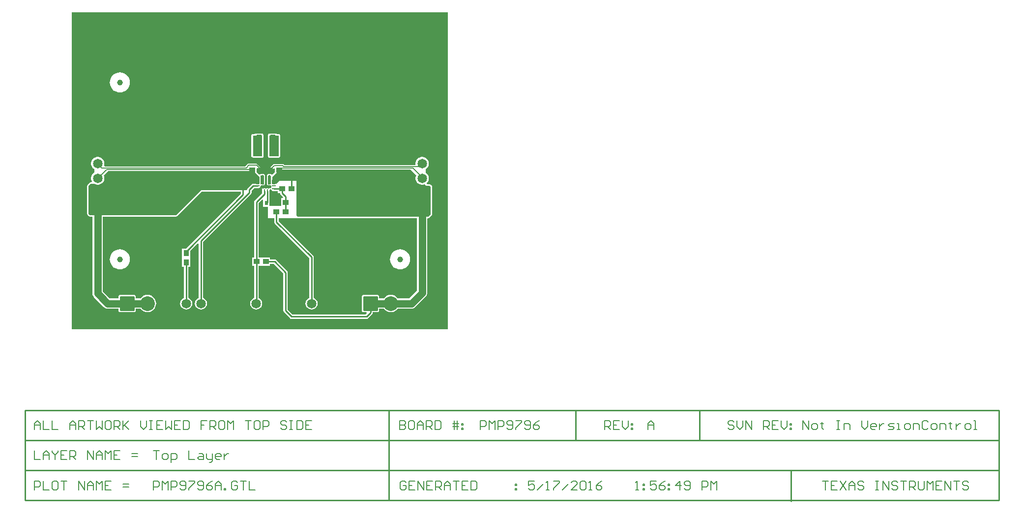
<source format=gtl>
G04 Layer_Physical_Order=1*
G04 Layer_Color=255*
%FSAX25Y25*%
%MOIN*%
G70*
G01*
G75*
%ADD10R,0.03800X0.14600*%
G04:AMPARAMS|DCode=11|XSize=27.56mil|YSize=33.47mil|CornerRadius=2.34mil|HoleSize=0mil|Usage=FLASHONLY|Rotation=0.000|XOffset=0mil|YOffset=0mil|HoleType=Round|Shape=RoundedRectangle|*
%AMROUNDEDRECTD11*
21,1,0.02756,0.02878,0,0,0.0*
21,1,0.02287,0.03347,0,0,0.0*
1,1,0.00469,0.01144,-0.01439*
1,1,0.00469,-0.01144,-0.01439*
1,1,0.00469,-0.01144,0.01439*
1,1,0.00469,0.01144,0.01439*
%
%ADD11ROUNDEDRECTD11*%
G04:AMPARAMS|DCode=12|XSize=9.45mil|YSize=23.62mil|CornerRadius=1.98mil|HoleSize=0mil|Usage=FLASHONLY|Rotation=270.000|XOffset=0mil|YOffset=0mil|HoleType=Round|Shape=RoundedRectangle|*
%AMROUNDEDRECTD12*
21,1,0.00945,0.01965,0,0,270.0*
21,1,0.00548,0.02362,0,0,270.0*
1,1,0.00397,-0.00983,-0.00274*
1,1,0.00397,-0.00983,0.00274*
1,1,0.00397,0.00983,0.00274*
1,1,0.00397,0.00983,-0.00274*
%
%ADD12ROUNDEDRECTD12*%
G04:AMPARAMS|DCode=13|XSize=9.45mil|YSize=23.62mil|CornerRadius=1.98mil|HoleSize=0mil|Usage=FLASHONLY|Rotation=0.000|XOffset=0mil|YOffset=0mil|HoleType=Round|Shape=RoundedRectangle|*
%AMROUNDEDRECTD13*
21,1,0.00945,0.01965,0,0,0.0*
21,1,0.00548,0.02362,0,0,0.0*
1,1,0.00397,0.00274,-0.00983*
1,1,0.00397,-0.00274,-0.00983*
1,1,0.00397,-0.00274,0.00983*
1,1,0.00397,0.00274,0.00983*
%
%ADD13ROUNDEDRECTD13*%
G04:AMPARAMS|DCode=14|XSize=13.78mil|YSize=57.09mil|CornerRadius=2.89mil|HoleSize=0mil|Usage=FLASHONLY|Rotation=0.000|XOffset=0mil|YOffset=0mil|HoleType=Round|Shape=RoundedRectangle|*
%AMROUNDEDRECTD14*
21,1,0.01378,0.05130,0,0,0.0*
21,1,0.00799,0.05709,0,0,0.0*
1,1,0.00579,0.00400,-0.02565*
1,1,0.00579,-0.00400,-0.02565*
1,1,0.00579,-0.00400,0.02565*
1,1,0.00579,0.00400,0.02565*
%
%ADD14ROUNDEDRECTD14*%
G04:AMPARAMS|DCode=15|XSize=13.78mil|YSize=70.87mil|CornerRadius=2.89mil|HoleSize=0mil|Usage=FLASHONLY|Rotation=0.000|XOffset=0mil|YOffset=0mil|HoleType=Round|Shape=RoundedRectangle|*
%AMROUNDEDRECTD15*
21,1,0.01378,0.06508,0,0,0.0*
21,1,0.00799,0.07087,0,0,0.0*
1,1,0.00579,0.00400,-0.03254*
1,1,0.00579,-0.00400,-0.03254*
1,1,0.00579,-0.00400,0.03254*
1,1,0.00579,0.00400,0.03254*
%
%ADD15ROUNDEDRECTD15*%
%ADD16C,0.03937*%
%ADD17R,0.09646X0.10039*%
%ADD18R,0.06300X0.05000*%
%ADD19R,0.03937X0.03740*%
%ADD20R,0.02362X0.03150*%
%ADD21R,0.03740X0.03937*%
%ADD22C,0.01000*%
%ADD23C,0.05000*%
%ADD24C,0.00600*%
%ADD25C,0.01370*%
%ADD26C,0.00800*%
%ADD27C,0.06496*%
G04:AMPARAMS|DCode=28|XSize=64.96mil|YSize=64.96mil|CornerRadius=1.95mil|HoleSize=0mil|Usage=FLASHONLY|Rotation=90.000|XOffset=0mil|YOffset=0mil|HoleType=Round|Shape=RoundedRectangle|*
%AMROUNDEDRECTD28*
21,1,0.06496,0.06106,0,0,90.0*
21,1,0.06106,0.06496,0,0,90.0*
1,1,0.00390,0.03053,0.03053*
1,1,0.00390,0.03053,-0.03053*
1,1,0.00390,-0.03053,-0.03053*
1,1,0.00390,-0.03053,0.03053*
%
%ADD28ROUNDEDRECTD28*%
%ADD29R,0.06496X0.06496*%
G04:AMPARAMS|DCode=30|XSize=64.96mil|YSize=64.96mil|CornerRadius=1.95mil|HoleSize=0mil|Usage=FLASHONLY|Rotation=180.000|XOffset=0mil|YOffset=0mil|HoleType=Round|Shape=RoundedRectangle|*
%AMROUNDEDRECTD30*
21,1,0.06496,0.06106,0,0,180.0*
21,1,0.06106,0.06496,0,0,180.0*
1,1,0.00390,-0.03053,0.03053*
1,1,0.00390,0.03053,0.03053*
1,1,0.00390,0.03053,-0.03053*
1,1,0.00390,-0.03053,-0.03053*
%
%ADD30ROUNDEDRECTD30*%
%ADD31C,0.10000*%
G04:AMPARAMS|DCode=32|XSize=100mil|YSize=100mil|CornerRadius=2mil|HoleSize=0mil|Usage=FLASHONLY|Rotation=0.000|XOffset=0mil|YOffset=0mil|HoleType=Round|Shape=RoundedRectangle|*
%AMROUNDEDRECTD32*
21,1,0.10000,0.09600,0,0,0.0*
21,1,0.09600,0.10000,0,0,0.0*
1,1,0.00400,0.04800,-0.04800*
1,1,0.00400,-0.04800,-0.04800*
1,1,0.00400,-0.04800,0.04800*
1,1,0.00400,0.04800,0.04800*
%
%ADD32ROUNDEDRECTD32*%
%ADD33C,0.02400*%
%ADD34C,0.02000*%
%ADD35C,0.01800*%
G36*
X0326674Y0155926D02*
X0071726D01*
Y0370874D01*
X0326674D01*
Y0155926D01*
D02*
G37*
%LPC*%
G36*
X0309640Y0272867D02*
X0308760D01*
X0307897Y0272696D01*
X0307084Y0272359D01*
X0306352Y0271870D01*
X0305730Y0271248D01*
X0305241Y0270516D01*
X0304904Y0269703D01*
X0304733Y0268840D01*
Y0268100D01*
X0304566Y0267705D01*
X0304233Y0267300D01*
X0216000Y0267300D01*
X0215300Y0268000D01*
X0208400D01*
X0206400Y0266000D01*
Y0264600D01*
X0208000D01*
X0208583Y0265183D01*
X0209383Y0264851D01*
Y0262525D01*
X0207626Y0260767D01*
X0206994Y0260829D01*
X0206366Y0261249D01*
X0205625Y0261397D01*
X0204883Y0261249D01*
X0204255Y0260829D01*
X0203835Y0260201D01*
X0203687Y0259460D01*
X0203835Y0258718D01*
X0203861Y0258679D01*
Y0258239D01*
X0203827Y0258187D01*
X0203680Y0257446D01*
X0203827Y0256705D01*
X0203861Y0256654D01*
Y0256266D01*
X0203835Y0256226D01*
X0203687Y0255485D01*
X0203835Y0254744D01*
X0203861Y0254704D01*
Y0254393D01*
X0203861Y0254393D01*
X0203861Y0254392D01*
X0203918Y0254255D01*
X0203941Y0254143D01*
X0204004Y0254048D01*
X0204048Y0253941D01*
X0204048Y0253941D01*
X0204131Y0253859D01*
X0204135Y0253852D01*
X0204141Y0253848D01*
X0204243Y0253746D01*
X0204244Y0253746D01*
X0204244Y0253746D01*
X0204255Y0253741D01*
X0204377Y0253691D01*
X0204426Y0253658D01*
X0204483Y0253646D01*
X0204695Y0253559D01*
X0204695Y0253559D01*
X0204695Y0253559D01*
X0205569D01*
X0205625Y0253548D01*
X0205680Y0253559D01*
X0206143D01*
X0206583Y0253463D01*
X0206925Y0252857D01*
Y0252840D01*
X0206986Y0252533D01*
X0207104Y0252165D01*
X0206733Y0251437D01*
X0201251Y0251437D01*
Y0251437D01*
X0200500D01*
Y0251319D01*
X0200500Y0251319D01*
X0200500Y0250667D01*
X0200765Y0249867D01*
X0200686Y0249472D01*
Y0248249D01*
X0195769Y0243332D01*
X0195437Y0242836D01*
X0195321Y0242250D01*
Y0204670D01*
X0193882D01*
Y0198930D01*
X0195321D01*
Y0177210D01*
X0194659Y0176936D01*
X0193813Y0176287D01*
X0193164Y0175442D01*
X0192756Y0174457D01*
X0192617Y0173400D01*
X0192756Y0172343D01*
X0193164Y0171359D01*
X0193813Y0170513D01*
X0194659Y0169864D01*
X0195643Y0169456D01*
X0196700Y0169317D01*
X0197757Y0169456D01*
X0198741Y0169864D01*
X0199587Y0170513D01*
X0200236Y0171359D01*
X0200644Y0172343D01*
X0200783Y0173400D01*
X0200644Y0174457D01*
X0200236Y0175442D01*
X0199587Y0176287D01*
X0198741Y0176936D01*
X0198380Y0177086D01*
Y0198930D01*
X0199819D01*
Y0198930D01*
X0200181D01*
Y0198930D01*
X0206118D01*
Y0200271D01*
X0208566D01*
X0215071Y0193766D01*
Y0168600D01*
X0215187Y0168015D01*
X0215519Y0167519D01*
X0219619Y0163419D01*
X0220115Y0163087D01*
X0220700Y0162971D01*
X0271500D01*
X0272085Y0163087D01*
X0272581Y0163419D01*
X0275281Y0166119D01*
X0275613Y0166615D01*
X0275729Y0167200D01*
Y0167580D01*
X0279000D01*
X0279390Y0167658D01*
X0279721Y0167879D01*
X0279942Y0168210D01*
X0280020Y0168600D01*
Y0169870D01*
X0283394D01*
X0283879Y0169279D01*
X0284762Y0168554D01*
X0285770Y0168016D01*
X0286863Y0167684D01*
X0288000Y0167572D01*
X0289137Y0167684D01*
X0290230Y0168016D01*
X0291238Y0168554D01*
X0292121Y0169279D01*
X0292606Y0169870D01*
X0301900D01*
X0302814Y0169990D01*
X0303665Y0170343D01*
X0304396Y0170904D01*
X0311696Y0178204D01*
X0312257Y0178935D01*
X0312610Y0179786D01*
X0312730Y0180700D01*
Y0230803D01*
X0313352Y0231233D01*
X0313743Y0231310D01*
X0314073Y0231531D01*
X0315821Y0233279D01*
X0315821Y0233279D01*
X0316042Y0233610D01*
X0316120Y0234000D01*
X0316120Y0252621D01*
X0316042Y0253011D01*
X0315821Y0253342D01*
X0315821Y0253342D01*
X0315085Y0254078D01*
X0315085Y0254079D01*
X0314754Y0254299D01*
X0314364Y0254377D01*
X0312626D01*
X0312175Y0255058D01*
X0312670Y0255552D01*
X0313159Y0256284D01*
X0313496Y0257097D01*
X0313667Y0257960D01*
Y0258840D01*
X0313496Y0259703D01*
X0313159Y0260516D01*
X0312670Y0261248D01*
X0312048Y0261870D01*
X0311524Y0262220D01*
X0311524Y0264580D01*
X0312048Y0264930D01*
X0312670Y0265552D01*
X0313159Y0266284D01*
X0313496Y0267097D01*
X0313667Y0267960D01*
Y0268840D01*
X0313496Y0269703D01*
X0313159Y0270516D01*
X0312670Y0271248D01*
X0312048Y0271870D01*
X0311316Y0272359D01*
X0310503Y0272696D01*
X0309640Y0272867D01*
D02*
G37*
G36*
X0089640D02*
X0088760D01*
X0087897Y0272696D01*
X0087084Y0272359D01*
X0086352Y0271870D01*
X0085730Y0271248D01*
X0085241Y0270516D01*
X0084904Y0269703D01*
X0084733Y0268840D01*
Y0267960D01*
X0084904Y0267097D01*
X0085241Y0266284D01*
X0085730Y0265552D01*
X0086352Y0264930D01*
X0086926Y0264547D01*
Y0262253D01*
X0086352Y0261870D01*
X0085730Y0261248D01*
X0085241Y0260516D01*
X0084904Y0259703D01*
X0084733Y0258840D01*
Y0257960D01*
X0084904Y0257097D01*
X0085241Y0256284D01*
X0084793Y0255515D01*
X0084295D01*
X0083905Y0255437D01*
X0083739Y0255326D01*
X0083574Y0255216D01*
X0083574Y0255216D01*
X0082379Y0254021D01*
X0082158Y0253690D01*
X0082080Y0253300D01*
Y0234200D01*
X0082158Y0233810D01*
X0082379Y0233479D01*
X0083179Y0232679D01*
X0083510Y0232458D01*
X0083900Y0232380D01*
X0085670D01*
Y0180100D01*
X0085790Y0179186D01*
X0086143Y0178335D01*
X0086704Y0177604D01*
X0093404Y0170904D01*
X0094135Y0170343D01*
X0094986Y0169990D01*
X0095900Y0169870D01*
X0103380D01*
Y0168600D01*
X0103458Y0168210D01*
X0103679Y0167879D01*
X0104010Y0167658D01*
X0104400Y0167580D01*
X0114000D01*
X0114390Y0167658D01*
X0114721Y0167879D01*
X0114942Y0168210D01*
X0115020Y0168600D01*
Y0169870D01*
X0118394D01*
X0118879Y0169279D01*
X0119762Y0168554D01*
X0120770Y0168016D01*
X0121863Y0167684D01*
X0123000Y0167572D01*
X0124137Y0167684D01*
X0125230Y0168016D01*
X0126238Y0168554D01*
X0127121Y0169279D01*
X0127846Y0170162D01*
X0128384Y0171170D01*
X0128716Y0172263D01*
X0128828Y0173400D01*
X0128716Y0174537D01*
X0128384Y0175630D01*
X0127846Y0176638D01*
X0127121Y0177521D01*
X0126238Y0178246D01*
X0125230Y0178784D01*
X0124137Y0179116D01*
X0123000Y0179228D01*
X0121863Y0179116D01*
X0120770Y0178784D01*
X0119762Y0178246D01*
X0118879Y0177521D01*
X0118394Y0176930D01*
X0115020D01*
Y0178200D01*
X0114942Y0178590D01*
X0114721Y0178921D01*
X0114390Y0179142D01*
X0114000Y0179220D01*
X0104400D01*
X0104010Y0179142D01*
X0103679Y0178921D01*
X0103458Y0178590D01*
X0103380Y0178200D01*
Y0176930D01*
X0097362D01*
X0092730Y0181562D01*
Y0232380D01*
X0142200D01*
X0142590Y0232458D01*
X0142921Y0232679D01*
X0158921Y0248679D01*
X0159622Y0249380D01*
X0186271D01*
Y0247773D01*
X0149115Y0210618D01*
X0146330D01*
Y0205119D01*
X0146330Y0204681D01*
X0146330Y0203881D01*
Y0198382D01*
X0147671D01*
Y0177148D01*
X0147159Y0176936D01*
X0146313Y0176287D01*
X0145664Y0175442D01*
X0145256Y0174457D01*
X0145117Y0173400D01*
X0145256Y0172343D01*
X0145664Y0171359D01*
X0146313Y0170513D01*
X0147159Y0169864D01*
X0148143Y0169456D01*
X0149200Y0169317D01*
X0150257Y0169456D01*
X0151242Y0169864D01*
X0152087Y0170513D01*
X0152736Y0171359D01*
X0153144Y0172343D01*
X0153283Y0173400D01*
X0153144Y0174457D01*
X0152736Y0175442D01*
X0152087Y0176287D01*
X0151242Y0176936D01*
X0150729Y0177148D01*
Y0198382D01*
X0152070D01*
Y0203881D01*
X0152070Y0204319D01*
X0152070Y0205119D01*
Y0209247D01*
X0156931Y0214108D01*
X0157671Y0213802D01*
Y0177148D01*
X0157159Y0176936D01*
X0156313Y0176287D01*
X0155664Y0175442D01*
X0155256Y0174457D01*
X0155117Y0173400D01*
X0155256Y0172343D01*
X0155664Y0171359D01*
X0156313Y0170513D01*
X0157159Y0169864D01*
X0158143Y0169456D01*
X0159200Y0169317D01*
X0160257Y0169456D01*
X0161241Y0169864D01*
X0162087Y0170513D01*
X0162736Y0171359D01*
X0163144Y0172343D01*
X0163283Y0173400D01*
X0163144Y0174457D01*
X0162736Y0175442D01*
X0162087Y0176287D01*
X0161241Y0176936D01*
X0160729Y0177148D01*
Y0215261D01*
X0193136Y0247668D01*
X0193467Y0248164D01*
X0193584Y0248749D01*
Y0249865D01*
X0195304Y0251585D01*
X0197688D01*
X0198274Y0251701D01*
X0198770Y0252033D01*
X0198787Y0252060D01*
X0198978Y0252098D01*
X0199239Y0252272D01*
X0199414Y0252533D01*
X0199475Y0252840D01*
Y0252881D01*
X0199879Y0253475D01*
X0200257Y0253556D01*
X0200662D01*
X0200789Y0253531D01*
X0200916Y0253556D01*
X0201701Y0253556D01*
X0201701Y0253556D01*
X0201920Y0253647D01*
X0201974Y0253658D01*
X0202020Y0253689D01*
X0202153Y0253744D01*
X0202153Y0253744D01*
X0202254Y0253845D01*
X0202265Y0253852D01*
X0202273Y0253863D01*
X0202355Y0253945D01*
X0202355Y0253945D01*
X0202355Y0253947D01*
X0202399Y0254053D01*
X0202459Y0254143D01*
X0202481Y0254250D01*
X0202542Y0254397D01*
X0202542Y0254397D01*
Y0254672D01*
X0202578Y0254727D01*
X0202726Y0255469D01*
X0202578Y0256210D01*
X0202542Y0256265D01*
Y0256347D01*
X0202537Y0256358D01*
X0202539Y0256362D01*
Y0256599D01*
X0202616Y0256715D01*
X0202763Y0257456D01*
X0202616Y0258197D01*
X0202539Y0258313D01*
Y0258592D01*
X0202616Y0258707D01*
X0202763Y0259449D01*
X0202616Y0260190D01*
X0202196Y0260819D01*
X0201567Y0261239D01*
X0200826Y0261386D01*
X0200085Y0261239D01*
X0199456Y0260819D01*
X0198977Y0260849D01*
X0198589Y0260952D01*
X0196877Y0262665D01*
Y0264942D01*
X0197500Y0265200D01*
X0199200D01*
Y0266000D01*
X0197100Y0268100D01*
X0190900D01*
X0189200Y0266400D01*
X0093927D01*
X0093637Y0266834D01*
X0093516Y0267200D01*
X0093667Y0267960D01*
Y0268840D01*
X0093496Y0269703D01*
X0093159Y0270516D01*
X0092670Y0271248D01*
X0092048Y0271870D01*
X0091316Y0272359D01*
X0090503Y0272696D01*
X0089640Y0272867D01*
D02*
G37*
G36*
X0104200Y0210220D02*
X0102869Y0210089D01*
X0101590Y0209701D01*
X0100411Y0209070D01*
X0099378Y0208222D01*
X0098529Y0207189D01*
X0097899Y0206010D01*
X0097511Y0204731D01*
X0097380Y0203400D01*
X0097511Y0202069D01*
X0097899Y0200790D01*
X0098529Y0199611D01*
X0099378Y0198578D01*
X0100411Y0197730D01*
X0101590Y0197099D01*
X0102869Y0196711D01*
X0104200Y0196580D01*
X0105531Y0196711D01*
X0106810Y0197099D01*
X0107989Y0197730D01*
X0109022Y0198578D01*
X0109871Y0199611D01*
X0110501Y0200790D01*
X0110889Y0202069D01*
X0111020Y0203400D01*
X0110889Y0204731D01*
X0110501Y0206010D01*
X0109871Y0207189D01*
X0109022Y0208222D01*
X0107989Y0209070D01*
X0106810Y0209701D01*
X0105531Y0210089D01*
X0104200Y0210220D01*
D02*
G37*
G36*
X0201411Y0288732D02*
X0195610D01*
Y0288420D01*
X0194469D01*
X0194079Y0288342D01*
X0193748Y0288121D01*
X0193527Y0287790D01*
X0193450Y0287400D01*
Y0273400D01*
X0193527Y0273010D01*
X0193748Y0272679D01*
X0194079Y0272458D01*
X0194469Y0272380D01*
X0195610D01*
Y0272132D01*
X0201411D01*
Y0272672D01*
X0201421Y0272679D01*
X0201642Y0273010D01*
X0201720Y0273400D01*
Y0287400D01*
X0201642Y0287790D01*
X0201421Y0288121D01*
X0201411Y0288128D01*
Y0288732D01*
D02*
G37*
G36*
X0104200Y0330220D02*
X0102869Y0330089D01*
X0101590Y0329701D01*
X0100411Y0329070D01*
X0099378Y0328222D01*
X0098529Y0327189D01*
X0097899Y0326010D01*
X0097511Y0324730D01*
X0097380Y0323400D01*
X0097511Y0322070D01*
X0097899Y0320790D01*
X0098529Y0319611D01*
X0099378Y0318578D01*
X0100411Y0317729D01*
X0101590Y0317099D01*
X0102869Y0316711D01*
X0104200Y0316580D01*
X0105531Y0316711D01*
X0106810Y0317099D01*
X0107989Y0317729D01*
X0109022Y0318578D01*
X0109871Y0319611D01*
X0110501Y0320790D01*
X0110889Y0322070D01*
X0111020Y0323400D01*
X0110889Y0324730D01*
X0110501Y0326010D01*
X0109871Y0327189D01*
X0109022Y0328222D01*
X0107989Y0329070D01*
X0106810Y0329701D01*
X0105531Y0330089D01*
X0104200Y0330220D01*
D02*
G37*
G36*
X0210711Y0288732D02*
X0204910D01*
Y0288018D01*
X0204758Y0287790D01*
X0204680Y0287400D01*
Y0273400D01*
X0204758Y0273010D01*
X0204910Y0272782D01*
Y0272132D01*
X0210711D01*
Y0272380D01*
X0211829D01*
X0212219Y0272458D01*
X0212550Y0272679D01*
X0212771Y0273010D01*
X0212849Y0273400D01*
Y0287400D01*
X0212771Y0287790D01*
X0212550Y0288121D01*
X0212219Y0288342D01*
X0211829Y0288420D01*
X0210711D01*
Y0288732D01*
D02*
G37*
%LPD*%
G36*
X0206986Y0250564D02*
X0207161Y0250303D01*
X0207421Y0250129D01*
X0207612Y0250091D01*
X0207630Y0250064D01*
X0208126Y0249733D01*
X0208712Y0249616D01*
X0211382D01*
Y0248230D01*
X0212825D01*
X0212937Y0247664D01*
X0213269Y0247168D01*
X0214867Y0245570D01*
X0214536Y0244770D01*
X0213681D01*
Y0239500D01*
X0205781D01*
Y0244037D01*
X0205714D01*
Y0249472D01*
X0205635Y0249867D01*
X0205965Y0250461D01*
X0206152Y0250667D01*
X0206966Y0250667D01*
X0206986Y0250564D01*
D02*
G37*
G36*
X0305136Y0260263D02*
X0304904Y0259703D01*
X0304733Y0258840D01*
Y0258400D01*
Y0257960D01*
X0304904Y0257097D01*
X0305241Y0256284D01*
X0305730Y0255552D01*
X0306352Y0254930D01*
X0307084Y0254441D01*
X0307897Y0254104D01*
X0308760Y0253933D01*
X0309640D01*
X0310503Y0254104D01*
X0311063Y0254336D01*
X0312042Y0253358D01*
X0314364D01*
X0315100Y0252621D01*
X0315100Y0234000D01*
X0313352Y0232252D01*
X0260697Y0232252D01*
X0224848Y0232252D01*
X0224064Y0233036D01*
X0224064Y0244855D01*
Y0251648D01*
Y0256692D01*
X0212339D01*
X0210220Y0254573D01*
X0207700Y0254573D01*
Y0259400D01*
X0212500Y0264200D01*
X0301199D01*
X0305136Y0260263D01*
D02*
G37*
G36*
X0201419Y0243525D02*
Y0238887D01*
X0204779D01*
X0204779Y0231300D01*
X0208921D01*
Y0228750D01*
X0209037Y0228164D01*
X0209369Y0227668D01*
X0232671Y0204366D01*
Y0177148D01*
X0232158Y0176936D01*
X0231313Y0176287D01*
X0230664Y0175442D01*
X0230256Y0174457D01*
X0230117Y0173400D01*
X0230256Y0172343D01*
X0230664Y0171359D01*
X0231313Y0170513D01*
X0232158Y0169864D01*
X0233143Y0169456D01*
X0234200Y0169317D01*
X0235257Y0169456D01*
X0236242Y0169864D01*
X0237087Y0170513D01*
X0237736Y0171359D01*
X0238144Y0172343D01*
X0238283Y0173400D01*
X0238144Y0174457D01*
X0237736Y0175442D01*
X0237087Y0176287D01*
X0236242Y0176936D01*
X0235729Y0177148D01*
Y0205000D01*
X0235613Y0205585D01*
X0235281Y0206081D01*
X0211980Y0229383D01*
Y0231300D01*
X0223900Y0231300D01*
Y0231300D01*
X0224686Y0231265D01*
X0224848Y0231233D01*
X0260697Y0231233D01*
X0305670Y0231233D01*
Y0182162D01*
X0300438Y0176930D01*
X0292606D01*
X0292121Y0177521D01*
X0291238Y0178246D01*
X0290230Y0178784D01*
X0289137Y0179116D01*
X0288000Y0179228D01*
X0286863Y0179116D01*
X0285770Y0178784D01*
X0284762Y0178246D01*
X0283879Y0177521D01*
X0283394Y0176930D01*
X0280020D01*
Y0178200D01*
X0279942Y0178590D01*
X0279721Y0178921D01*
X0279390Y0179142D01*
X0279000Y0179220D01*
X0269400D01*
X0269010Y0179142D01*
X0268679Y0178921D01*
X0268458Y0178590D01*
X0268380Y0178200D01*
Y0168600D01*
X0268458Y0168210D01*
X0268679Y0167879D01*
X0269010Y0167658D01*
X0269400Y0167580D01*
X0271372D01*
X0271678Y0166841D01*
X0270866Y0166029D01*
X0221334D01*
X0218129Y0169234D01*
Y0194400D01*
X0218013Y0194985D01*
X0217681Y0195481D01*
X0210281Y0202881D01*
X0209785Y0203213D01*
X0209200Y0203329D01*
X0206118D01*
Y0204670D01*
X0200181D01*
Y0204670D01*
X0199819D01*
Y0204670D01*
X0198380D01*
Y0241617D01*
X0200619Y0243856D01*
X0201419Y0243525D01*
D02*
G37*
G36*
X0206690Y0260033D02*
X0206722Y0254390D01*
X0206529Y0254197D01*
X0204695D01*
X0204500Y0254393D01*
Y0260048D01*
X0204881Y0260429D01*
X0206295D01*
X0206690Y0260033D01*
D02*
G37*
%LPC*%
G36*
X0294200Y0210220D02*
X0292869Y0210089D01*
X0291590Y0209701D01*
X0290411Y0209070D01*
X0289378Y0208222D01*
X0288529Y0207189D01*
X0287899Y0206010D01*
X0287511Y0204731D01*
X0287380Y0203400D01*
X0287511Y0202069D01*
X0287899Y0200790D01*
X0288529Y0199611D01*
X0289378Y0198578D01*
X0290411Y0197730D01*
X0291590Y0197099D01*
X0292869Y0196711D01*
X0294200Y0196580D01*
X0295531Y0196711D01*
X0296810Y0197099D01*
X0297989Y0197730D01*
X0299022Y0198578D01*
X0299870Y0199611D01*
X0300501Y0200790D01*
X0300889Y0202069D01*
X0301020Y0203400D01*
X0300889Y0204731D01*
X0300501Y0206010D01*
X0299870Y0207189D01*
X0299022Y0208222D01*
X0297989Y0209070D01*
X0296810Y0209701D01*
X0295531Y0210089D01*
X0294200Y0210220D01*
D02*
G37*
%LPD*%
G36*
X0198837Y0259263D02*
X0198837Y0255353D01*
X0198725Y0255189D01*
X0197837Y0254614D01*
X0197688Y0254644D01*
X0194670D01*
X0194085Y0254527D01*
X0193589Y0254196D01*
X0190973Y0251580D01*
X0190642Y0251084D01*
X0190637Y0251062D01*
X0189975Y0250400D01*
X0159200D01*
X0158200Y0249400D01*
X0142200Y0233400D01*
X0083900D01*
X0083100Y0234200D01*
Y0253300D01*
X0084295Y0254495D01*
X0087003Y0254495D01*
X0087084Y0254441D01*
X0087897Y0254104D01*
X0088760Y0253933D01*
X0089640D01*
X0090503Y0254104D01*
X0091316Y0254441D01*
X0092048Y0254930D01*
X0092670Y0255552D01*
X0093159Y0256284D01*
X0093496Y0257097D01*
X0093667Y0257960D01*
Y0258840D01*
X0093496Y0259703D01*
X0093326Y0260114D01*
X0096311Y0263100D01*
X0152719Y0263100D01*
X0195000Y0263100D01*
X0198837Y0259263D01*
D02*
G37*
G36*
X0201900Y0260130D02*
Y0256362D01*
X0201903Y0256347D01*
Y0254397D01*
X0201701Y0254195D01*
X0199934Y0254195D01*
X0199680Y0254450D01*
Y0260112D01*
X0199984Y0260415D01*
X0201615D01*
X0201900Y0260130D01*
D02*
G37*
G36*
X0200700Y0273400D02*
X0194469D01*
Y0287400D01*
X0200700D01*
Y0273400D01*
D02*
G37*
G36*
X0211829D02*
X0205700D01*
Y0287400D01*
X0211829D01*
Y0273400D01*
D02*
G37*
G54D10*
X0207810Y0280432D02*
D03*
X0198511D02*
D03*
G54D11*
X0208712Y0256067D02*
D03*
D03*
X0197688D02*
D03*
D03*
G54D12*
X0208712Y0253114D02*
D03*
Y0251146D02*
D03*
X0197688Y0253114D02*
D03*
Y0251146D02*
D03*
G54D13*
X0206153Y0249472D02*
D03*
X0204184D02*
D03*
X0202216D02*
D03*
X0200247D02*
D03*
G54D14*
X0205169Y0257051D02*
D03*
X0201232D02*
D03*
G54D15*
X0203200Y0256362D02*
D03*
G54D16*
X0104200Y0323400D02*
D03*
X0294200Y0203400D02*
D03*
X0104200D02*
D03*
G54D17*
X0137410Y0276865D02*
D03*
Y0253046D02*
D03*
G54D18*
X0174926Y0268805D02*
D03*
Y0260805D02*
D03*
X0247600Y0269800D02*
D03*
Y0261800D02*
D03*
X0183004Y0268805D02*
D03*
Y0260805D02*
D03*
X0223521Y0269791D02*
D03*
Y0261791D02*
D03*
X0231544Y0269791D02*
D03*
Y0261791D02*
D03*
X0239567Y0269791D02*
D03*
Y0261791D02*
D03*
G54D19*
X0212351Y0263788D02*
D03*
X0206052D02*
D03*
X0203150Y0201800D02*
D03*
X0196850D02*
D03*
X0220650Y0251100D02*
D03*
X0214350D02*
D03*
X0216650Y0241900D02*
D03*
X0210350D02*
D03*
X0216750Y0235600D02*
D03*
X0210450D02*
D03*
X0200208Y0263822D02*
D03*
X0193908D02*
D03*
G54D20*
X0203600Y0236738D02*
D03*
Y0241462D02*
D03*
G54D21*
X0149200Y0201350D02*
D03*
Y0207650D02*
D03*
G54D22*
X0202216Y0247616D02*
Y0249472D01*
X0196850Y0242250D02*
X0202216Y0247616D01*
X0196850Y0201800D02*
Y0242250D01*
X0274200Y0167200D02*
Y0173400D01*
X0271500Y0164500D02*
X0274200Y0167200D01*
X0220700Y0164500D02*
X0271500D01*
X0216600Y0168600D02*
X0220700Y0164500D01*
X0216600Y0168600D02*
Y0194400D01*
X0209200Y0201800D02*
X0216600Y0194400D01*
X0203150Y0201800D02*
X0209200D01*
X0196700Y0173400D02*
X0196850Y0173550D01*
Y0201800D01*
X0234200Y0173400D02*
Y0205000D01*
X0210450Y0228750D02*
X0234200Y0205000D01*
X0192054Y0248749D02*
Y0250499D01*
X0194670Y0253114D01*
X0197688D01*
X0187800Y0247140D02*
Y0253900D01*
X0173698Y0260902D02*
X0174200Y0260400D01*
X0151963Y0252665D02*
X0160200Y0260902D01*
X0113081Y0248400D02*
X0117346Y0252665D01*
X0089200Y0248400D02*
X0113081D01*
X0089200Y0238400D02*
Y0248400D01*
X0307384Y0260084D02*
X0309200Y0258400D01*
X0089200D02*
X0090205Y0259405D01*
X0089200Y0258400D02*
X0089282Y0258318D01*
X0231200Y0258094D02*
Y0260400D01*
X0211263Y0259126D02*
X0211265D01*
X0213638Y0261499D01*
X0211263Y0258519D02*
Y0259126D01*
X0208712Y0255968D02*
X0211263Y0258519D01*
X0204184Y0241830D02*
Y0249472D01*
X0197625Y0256032D02*
X0197688Y0255968D01*
X0203200Y0252400D02*
X0205000D01*
X0201400D02*
X0203200D01*
Y0256362D01*
X0213638Y0261499D02*
Y0264838D01*
X0206153Y0245947D02*
Y0249472D01*
X0206200Y0245900D02*
X0209300Y0242800D01*
X0210800D01*
X0212600D01*
X0187800Y0253900D02*
X0192800Y0258900D01*
X0149200Y0173400D02*
Y0201350D01*
X0159200Y0173400D02*
Y0215895D01*
X0192054Y0248749D01*
X0160200Y0260902D02*
X0173698D01*
X0117346Y0252665D02*
X0151963D01*
X0149200Y0207650D02*
Y0208540D01*
X0187800Y0247140D01*
X0208712Y0251146D02*
X0214305D01*
X0214350Y0251100D01*
Y0248250D02*
Y0251100D01*
Y0248250D02*
X0216650Y0245950D01*
Y0241900D02*
Y0245950D01*
Y0235700D02*
Y0241900D01*
Y0235700D02*
X0216750Y0235600D01*
X0210450Y0228750D02*
Y0235600D01*
X0220650Y0251100D02*
Y0257650D01*
X0221369Y0258369D01*
X0223388D01*
X0559400Y0039400D02*
Y0059683D01*
X0440500Y0040050D02*
X0700200D01*
Y0101050D01*
X0286500Y0040050D02*
Y0101050D01*
X0040000Y0040050D02*
Y0101050D01*
X0040050Y0040050D02*
X0197600D01*
X0040050D02*
Y0101050D01*
Y0101050D02*
X0700200D01*
X0040000Y0040050D02*
X0440500D01*
X0040000Y0060383D02*
X0700000D01*
X0040000Y0080717D02*
X0700200D01*
X0413200D02*
Y0101050D01*
X0497200Y0080717D02*
Y0101050D01*
G54D23*
X0095900Y0173400D02*
X0109200D01*
X0089200Y0180100D02*
X0095900Y0173400D01*
X0089200Y0180100D02*
Y0238400D01*
X0109200Y0173400D02*
X0123000D01*
X0288000D02*
X0301900D01*
X0274200D02*
X0288000D01*
X0301900D02*
X0309200Y0180700D01*
Y0238400D01*
G54D24*
X0095199Y0264199D02*
X0192665D01*
X0089318Y0258318D02*
X0095199Y0264199D01*
X0089282Y0258318D02*
X0089318D01*
X0192665Y0264199D02*
X0192767Y0264300D01*
X0307800Y0266400D02*
X0309300Y0267900D01*
X0213638Y0264838D02*
X0214000Y0265200D01*
X0206052Y0263788D02*
Y0264052D01*
X0209000Y0267000D01*
X0214800D01*
X0215400Y0266400D01*
X0307800D01*
X0214000Y0265200D02*
X0302900D01*
X0309200Y0258900D01*
Y0258400D02*
Y0258900D01*
X0196829Y0267200D02*
X0200208Y0263822D01*
X0191800Y0267200D02*
X0196829D01*
X0190007Y0265407D02*
X0191800Y0267200D01*
X0089100Y0268300D02*
X0091993Y0265407D01*
X0190007D01*
G54D25*
X0203200Y0256362D02*
Y0264400D01*
G54D26*
X0126900Y0073549D02*
X0130899D01*
X0128899D01*
Y0067551D01*
X0133898D02*
X0135897D01*
X0136897Y0068550D01*
Y0070550D01*
X0135897Y0071549D01*
X0133898D01*
X0132898Y0070550D01*
Y0068550D01*
X0133898Y0067551D01*
X0138896Y0065551D02*
Y0071549D01*
X0141895D01*
X0142895Y0070550D01*
Y0068550D01*
X0141895Y0067551D01*
X0138896D01*
X0150892Y0073549D02*
Y0067551D01*
X0154891D01*
X0157890Y0071549D02*
X0159889D01*
X0160889Y0070550D01*
Y0067551D01*
X0157890D01*
X0156890Y0068550D01*
X0157890Y0069550D01*
X0160889D01*
X0162888Y0071549D02*
Y0068550D01*
X0163888Y0067551D01*
X0166887D01*
Y0066551D01*
X0165887Y0065551D01*
X0164888D01*
X0166887Y0067551D02*
Y0071549D01*
X0171885Y0067551D02*
X0169886D01*
X0168886Y0068550D01*
Y0070550D01*
X0169886Y0071549D01*
X0171885D01*
X0172885Y0070550D01*
Y0069550D01*
X0168886D01*
X0174884Y0071549D02*
Y0067551D01*
Y0069550D01*
X0175884Y0070550D01*
X0176884Y0071549D01*
X0177884D01*
X0580500Y0052965D02*
X0584499D01*
X0582499D01*
Y0046966D01*
X0590497Y0052965D02*
X0586498D01*
Y0046966D01*
X0590497D01*
X0586498Y0049966D02*
X0588497D01*
X0592496Y0052965D02*
X0596495Y0046966D01*
Y0052965D02*
X0592496Y0046966D01*
X0598494D02*
Y0050965D01*
X0600493Y0052965D01*
X0602493Y0050965D01*
Y0046966D01*
Y0049966D01*
X0598494D01*
X0608491Y0051965D02*
X0607491Y0052965D01*
X0605492D01*
X0604492Y0051965D01*
Y0050965D01*
X0605492Y0049966D01*
X0607491D01*
X0608491Y0048966D01*
Y0047966D01*
X0607491Y0046966D01*
X0605492D01*
X0604492Y0047966D01*
X0616488Y0052965D02*
X0618488D01*
X0617488D01*
Y0046966D01*
X0616488D01*
X0618488D01*
X0621487D02*
Y0052965D01*
X0625486Y0046966D01*
Y0052965D01*
X0631484Y0051965D02*
X0630484Y0052965D01*
X0628484D01*
X0627485Y0051965D01*
Y0050965D01*
X0628484Y0049966D01*
X0630484D01*
X0631484Y0048966D01*
Y0047966D01*
X0630484Y0046966D01*
X0628484D01*
X0627485Y0047966D01*
X0633483Y0052965D02*
X0637482D01*
X0635482D01*
Y0046966D01*
X0639481D02*
Y0052965D01*
X0642480D01*
X0643480Y0051965D01*
Y0049966D01*
X0642480Y0048966D01*
X0639481D01*
X0641480D02*
X0643480Y0046966D01*
X0645479Y0052965D02*
Y0047966D01*
X0646479Y0046966D01*
X0648478D01*
X0649478Y0047966D01*
Y0052965D01*
X0651477Y0046966D02*
Y0052965D01*
X0653476Y0050965D01*
X0655476Y0052965D01*
Y0046966D01*
X0661474Y0052965D02*
X0657475D01*
Y0046966D01*
X0661474D01*
X0657475Y0049966D02*
X0659474D01*
X0663473Y0046966D02*
Y0052965D01*
X0667472Y0046966D01*
Y0052965D01*
X0669471D02*
X0673470D01*
X0671471D01*
Y0046966D01*
X0679468Y0051965D02*
X0678468Y0052965D01*
X0676469D01*
X0675469Y0051965D01*
Y0050965D01*
X0676469Y0049966D01*
X0678468D01*
X0679468Y0048966D01*
Y0047966D01*
X0678468Y0046966D01*
X0676469D01*
X0675469Y0047966D01*
X0454050Y0046966D02*
X0456049D01*
X0455050D01*
Y0052965D01*
X0454050Y0051965D01*
X0459048Y0050965D02*
X0460048D01*
Y0049966D01*
X0459048D01*
Y0050965D01*
Y0047966D02*
X0460048D01*
Y0046966D01*
X0459048D01*
Y0047966D01*
X0468046Y0052965D02*
X0464047D01*
Y0049966D01*
X0466046Y0050965D01*
X0467046D01*
X0468046Y0049966D01*
Y0047966D01*
X0467046Y0046966D01*
X0465046D01*
X0464047Y0047966D01*
X0474044Y0052965D02*
X0472044Y0051965D01*
X0470045Y0049966D01*
Y0047966D01*
X0471044Y0046966D01*
X0473044D01*
X0474044Y0047966D01*
Y0048966D01*
X0473044Y0049966D01*
X0470045D01*
X0476043Y0050965D02*
X0477043D01*
Y0049966D01*
X0476043D01*
Y0050965D01*
Y0047966D02*
X0477043D01*
Y0046966D01*
X0476043D01*
Y0047966D01*
X0484040Y0046966D02*
Y0052965D01*
X0481041Y0049966D01*
X0485040D01*
X0487039Y0047966D02*
X0488039Y0046966D01*
X0490038D01*
X0491038Y0047966D01*
Y0051965D01*
X0490038Y0052965D01*
X0488039D01*
X0487039Y0051965D01*
Y0050965D01*
X0488039Y0049966D01*
X0491038D01*
X0499035Y0046966D02*
Y0052965D01*
X0502035D01*
X0503034Y0051965D01*
Y0049966D01*
X0502035Y0048966D01*
X0499035D01*
X0505033Y0046966D02*
Y0052965D01*
X0507033Y0050965D01*
X0509032Y0052965D01*
Y0046966D01*
X0046350D02*
Y0052965D01*
X0049349D01*
X0050349Y0051965D01*
Y0049966D01*
X0049349Y0048966D01*
X0046350D01*
X0052348Y0052965D02*
Y0046966D01*
X0056347D01*
X0061345Y0052965D02*
X0059346D01*
X0058346Y0051965D01*
Y0047966D01*
X0059346Y0046966D01*
X0061345D01*
X0062345Y0047966D01*
Y0051965D01*
X0061345Y0052965D01*
X0064344D02*
X0068343D01*
X0066343D01*
Y0046966D01*
X0076340D02*
Y0052965D01*
X0080339Y0046966D01*
Y0052965D01*
X0082338Y0046966D02*
Y0050965D01*
X0084338Y0052965D01*
X0086337Y0050965D01*
Y0046966D01*
Y0049966D01*
X0082338D01*
X0088336Y0046966D02*
Y0052965D01*
X0090336Y0050965D01*
X0092335Y0052965D01*
Y0046966D01*
X0098333Y0052965D02*
X0094335D01*
Y0046966D01*
X0098333D01*
X0094335Y0049966D02*
X0096334D01*
X0106331Y0048966D02*
X0110329D01*
X0106331Y0050965D02*
X0110329D01*
X0046350Y0073549D02*
Y0067551D01*
X0050349D01*
X0052348D02*
Y0071549D01*
X0054347Y0073549D01*
X0056347Y0071549D01*
Y0067551D01*
Y0070550D01*
X0052348D01*
X0058346Y0073549D02*
Y0072549D01*
X0060346Y0070550D01*
X0062345Y0072549D01*
Y0073549D01*
X0060346Y0070550D02*
Y0067551D01*
X0068343Y0073549D02*
X0064344D01*
Y0067551D01*
X0068343D01*
X0064344Y0070550D02*
X0066343D01*
X0070342Y0067551D02*
Y0073549D01*
X0073341D01*
X0074341Y0072549D01*
Y0070550D01*
X0073341Y0069550D01*
X0070342D01*
X0072342D02*
X0074341Y0067551D01*
X0082338D02*
Y0073549D01*
X0086337Y0067551D01*
Y0073549D01*
X0088336Y0067551D02*
Y0071549D01*
X0090336Y0073549D01*
X0092335Y0071549D01*
Y0067551D01*
Y0070550D01*
X0088336D01*
X0094335Y0067551D02*
Y0073549D01*
X0096334Y0071549D01*
X0098333Y0073549D01*
Y0067551D01*
X0104331Y0073549D02*
X0100332D01*
Y0067551D01*
X0104331D01*
X0100332Y0070550D02*
X0102332D01*
X0112329Y0069550D02*
X0116327D01*
X0112329Y0071549D02*
X0116327D01*
X0294000Y0093831D02*
Y0087833D01*
X0296999D01*
X0297999Y0088833D01*
Y0089833D01*
X0296999Y0090832D01*
X0294000D01*
X0296999D01*
X0297999Y0091832D01*
Y0092832D01*
X0296999Y0093831D01*
X0294000D01*
X0302997D02*
X0300998D01*
X0299998Y0092832D01*
Y0088833D01*
X0300998Y0087833D01*
X0302997D01*
X0303997Y0088833D01*
Y0092832D01*
X0302997Y0093831D01*
X0305996Y0087833D02*
Y0091832D01*
X0307996Y0093831D01*
X0309995Y0091832D01*
Y0087833D01*
Y0090832D01*
X0305996D01*
X0311994Y0087833D02*
Y0093831D01*
X0314993D01*
X0315993Y0092832D01*
Y0090832D01*
X0314993Y0089833D01*
X0311994D01*
X0313994D02*
X0315993Y0087833D01*
X0317992Y0093831D02*
Y0087833D01*
X0320991D01*
X0321991Y0088833D01*
Y0092832D01*
X0320991Y0093831D01*
X0317992D01*
X0330988Y0087833D02*
Y0093831D01*
X0332987D02*
Y0087833D01*
X0329988Y0091832D02*
X0332987D01*
X0333987D01*
X0329988Y0089833D02*
X0333987D01*
X0335986Y0091832D02*
X0336986D01*
Y0090832D01*
X0335986D01*
Y0091832D01*
Y0088833D02*
X0336986D01*
Y0087833D01*
X0335986D01*
Y0088833D01*
X0348550Y0087833D02*
Y0093831D01*
X0351549D01*
X0352549Y0092832D01*
Y0090832D01*
X0351549Y0089833D01*
X0348550D01*
X0354548Y0087833D02*
Y0093831D01*
X0356547Y0091832D01*
X0358547Y0093831D01*
Y0087833D01*
X0360546D02*
Y0093831D01*
X0363545D01*
X0364545Y0092832D01*
Y0090832D01*
X0363545Y0089833D01*
X0360546D01*
X0366544Y0088833D02*
X0367544Y0087833D01*
X0369543D01*
X0370543Y0088833D01*
Y0092832D01*
X0369543Y0093831D01*
X0367544D01*
X0366544Y0092832D01*
Y0091832D01*
X0367544Y0090832D01*
X0370543D01*
X0372542Y0093831D02*
X0376541D01*
Y0092832D01*
X0372542Y0088833D01*
Y0087833D01*
X0378540Y0088833D02*
X0379540Y0087833D01*
X0381539D01*
X0382539Y0088833D01*
Y0092832D01*
X0381539Y0093831D01*
X0379540D01*
X0378540Y0092832D01*
Y0091832D01*
X0379540Y0090832D01*
X0382539D01*
X0388537Y0093831D02*
X0386538Y0092832D01*
X0384538Y0090832D01*
Y0088833D01*
X0385538Y0087833D01*
X0387537D01*
X0388537Y0088833D01*
Y0089833D01*
X0387537Y0090832D01*
X0384538D01*
X0462150Y0087833D02*
Y0091832D01*
X0464149Y0093831D01*
X0466149Y0091832D01*
Y0087833D01*
Y0090832D01*
X0462150D01*
X0046350Y0087833D02*
Y0091832D01*
X0048349Y0093831D01*
X0050349Y0091832D01*
Y0087833D01*
Y0090832D01*
X0046350D01*
X0052348Y0093831D02*
Y0087833D01*
X0056347D01*
X0058346Y0093831D02*
Y0087833D01*
X0062345D01*
X0070342D02*
Y0091832D01*
X0072342Y0093831D01*
X0074341Y0091832D01*
Y0087833D01*
Y0090832D01*
X0070342D01*
X0076340Y0087833D02*
Y0093831D01*
X0079339D01*
X0080339Y0092832D01*
Y0090832D01*
X0079339Y0089833D01*
X0076340D01*
X0078340D02*
X0080339Y0087833D01*
X0082338Y0093831D02*
X0086337D01*
X0084338D01*
Y0087833D01*
X0088336Y0093831D02*
Y0087833D01*
X0090336Y0089833D01*
X0092335Y0087833D01*
Y0093831D01*
X0097334D02*
X0095334D01*
X0094335Y0092832D01*
Y0088833D01*
X0095334Y0087833D01*
X0097334D01*
X0098333Y0088833D01*
Y0092832D01*
X0097334Y0093831D01*
X0100332Y0087833D02*
Y0093831D01*
X0103332D01*
X0104331Y0092832D01*
Y0090832D01*
X0103332Y0089833D01*
X0100332D01*
X0102332D02*
X0104331Y0087833D01*
X0106331Y0093831D02*
Y0087833D01*
Y0089833D01*
X0110329Y0093831D01*
X0107330Y0090832D01*
X0110329Y0087833D01*
X0118327Y0093831D02*
Y0089833D01*
X0120326Y0087833D01*
X0122325Y0089833D01*
Y0093831D01*
X0124325D02*
X0126324D01*
X0125324D01*
Y0087833D01*
X0124325D01*
X0126324D01*
X0133322Y0093831D02*
X0129323D01*
Y0087833D01*
X0133322D01*
X0129323Y0090832D02*
X0131323D01*
X0135321Y0093831D02*
Y0087833D01*
X0137321Y0089833D01*
X0139320Y0087833D01*
Y0093831D01*
X0145318D02*
X0141319D01*
Y0087833D01*
X0145318D01*
X0141319Y0090832D02*
X0143319D01*
X0147317Y0093831D02*
Y0087833D01*
X0150316D01*
X0151316Y0088833D01*
Y0092832D01*
X0150316Y0093831D01*
X0147317D01*
X0163312D02*
X0159313D01*
Y0090832D01*
X0161313D01*
X0159313D01*
Y0087833D01*
X0165312D02*
Y0093831D01*
X0168310D01*
X0169310Y0092832D01*
Y0090832D01*
X0168310Y0089833D01*
X0165312D01*
X0167311D02*
X0169310Y0087833D01*
X0174309Y0093831D02*
X0172309D01*
X0171310Y0092832D01*
Y0088833D01*
X0172309Y0087833D01*
X0174309D01*
X0175308Y0088833D01*
Y0092832D01*
X0174309Y0093831D01*
X0177308Y0087833D02*
Y0093831D01*
X0179307Y0091832D01*
X0181306Y0093831D01*
Y0087833D01*
X0189304Y0093831D02*
X0193303D01*
X0191303D01*
Y0087833D01*
X0198301Y0093831D02*
X0196301D01*
X0195302Y0092832D01*
Y0088833D01*
X0196301Y0087833D01*
X0198301D01*
X0199301Y0088833D01*
Y0092832D01*
X0198301Y0093831D01*
X0201300Y0087833D02*
Y0093831D01*
X0204299D01*
X0205299Y0092832D01*
Y0090832D01*
X0204299Y0089833D01*
X0201300D01*
X0217295Y0092832D02*
X0216295Y0093831D01*
X0214296D01*
X0213296Y0092832D01*
Y0091832D01*
X0214296Y0090832D01*
X0216295D01*
X0217295Y0089833D01*
Y0088833D01*
X0216295Y0087833D01*
X0214296D01*
X0213296Y0088833D01*
X0219294Y0093831D02*
X0221293D01*
X0220294D01*
Y0087833D01*
X0219294D01*
X0221293D01*
X0224292Y0093831D02*
Y0087833D01*
X0227291D01*
X0228291Y0088833D01*
Y0092832D01*
X0227291Y0093831D01*
X0224292D01*
X0234289D02*
X0230291D01*
Y0087833D01*
X0234289D01*
X0230291Y0090832D02*
X0232290D01*
X0298199Y0051965D02*
X0297199Y0052965D01*
X0295200D01*
X0294200Y0051965D01*
Y0047966D01*
X0295200Y0046966D01*
X0297199D01*
X0298199Y0047966D01*
Y0049966D01*
X0296199D01*
X0304197Y0052965D02*
X0300198D01*
Y0046966D01*
X0304197D01*
X0300198Y0049966D02*
X0302197D01*
X0306196Y0046966D02*
Y0052965D01*
X0310195Y0046966D01*
Y0052965D01*
X0316193D02*
X0312194D01*
Y0046966D01*
X0316193D01*
X0312194Y0049966D02*
X0314194D01*
X0318192Y0046966D02*
Y0052965D01*
X0321191D01*
X0322191Y0051965D01*
Y0049966D01*
X0321191Y0048966D01*
X0318192D01*
X0320192D02*
X0322191Y0046966D01*
X0324190D02*
Y0050965D01*
X0326190Y0052965D01*
X0328189Y0050965D01*
Y0046966D01*
Y0049966D01*
X0324190D01*
X0330188Y0052965D02*
X0334187D01*
X0332188D01*
Y0046966D01*
X0340185Y0052965D02*
X0336186D01*
Y0046966D01*
X0340185D01*
X0336186Y0049966D02*
X0338186D01*
X0342184Y0052965D02*
Y0046966D01*
X0345183D01*
X0346183Y0047966D01*
Y0051965D01*
X0345183Y0052965D01*
X0342184D01*
X0372175Y0050965D02*
X0373175D01*
Y0049966D01*
X0372175D01*
Y0050965D01*
Y0047966D02*
X0373175D01*
Y0046966D01*
X0372175D01*
Y0047966D01*
X0385149Y0052965D02*
X0381150D01*
Y0049966D01*
X0383149Y0050965D01*
X0384149D01*
X0385149Y0049966D01*
Y0047966D01*
X0384149Y0046966D01*
X0382150D01*
X0381150Y0047966D01*
X0387148Y0046966D02*
X0391147Y0050965D01*
X0393146Y0046966D02*
X0395146D01*
X0394146D01*
Y0052965D01*
X0393146Y0051965D01*
X0398145Y0052965D02*
X0402143D01*
Y0051965D01*
X0398145Y0047966D01*
Y0046966D01*
X0404143D02*
X0408141Y0050965D01*
X0414139Y0046966D02*
X0410141D01*
X0414139Y0050965D01*
Y0051965D01*
X0413140Y0052965D01*
X0411140D01*
X0410141Y0051965D01*
X0416139D02*
X0417138Y0052965D01*
X0419138D01*
X0420137Y0051965D01*
Y0047966D01*
X0419138Y0046966D01*
X0417138D01*
X0416139Y0047966D01*
Y0051965D01*
X0422137Y0046966D02*
X0424136D01*
X0423136D01*
Y0052965D01*
X0422137Y0051965D01*
X0431134Y0052965D02*
X0429135Y0051965D01*
X0427135Y0049966D01*
Y0047966D01*
X0428135Y0046966D01*
X0430134D01*
X0431134Y0047966D01*
Y0048966D01*
X0430134Y0049966D01*
X0427135D01*
X0126900Y0046966D02*
Y0052965D01*
X0129899D01*
X0130899Y0051965D01*
Y0049966D01*
X0129899Y0048966D01*
X0126900D01*
X0132898Y0046966D02*
Y0052965D01*
X0134897Y0050965D01*
X0136897Y0052965D01*
Y0046966D01*
X0138896D02*
Y0052965D01*
X0141895D01*
X0142895Y0051965D01*
Y0049966D01*
X0141895Y0048966D01*
X0138896D01*
X0144894Y0047966D02*
X0145894Y0046966D01*
X0147893D01*
X0148893Y0047966D01*
Y0051965D01*
X0147893Y0052965D01*
X0145894D01*
X0144894Y0051965D01*
Y0050965D01*
X0145894Y0049966D01*
X0148893D01*
X0150892Y0052965D02*
X0154891D01*
Y0051965D01*
X0150892Y0047966D01*
Y0046966D01*
X0156890Y0047966D02*
X0157890Y0046966D01*
X0159889D01*
X0160889Y0047966D01*
Y0051965D01*
X0159889Y0052965D01*
X0157890D01*
X0156890Y0051965D01*
Y0050965D01*
X0157890Y0049966D01*
X0160889D01*
X0166887Y0052965D02*
X0164888Y0051965D01*
X0162888Y0049966D01*
Y0047966D01*
X0163888Y0046966D01*
X0165887D01*
X0166887Y0047966D01*
Y0048966D01*
X0165887Y0049966D01*
X0162888D01*
X0168886Y0046966D02*
Y0050965D01*
X0170886Y0052965D01*
X0172885Y0050965D01*
Y0046966D01*
Y0049966D01*
X0168886D01*
X0174884Y0046966D02*
Y0047966D01*
X0175884D01*
Y0046966D01*
X0174884D01*
X0183882Y0051965D02*
X0182882Y0052965D01*
X0180883D01*
X0179883Y0051965D01*
Y0047966D01*
X0180883Y0046966D01*
X0182882D01*
X0183882Y0047966D01*
Y0049966D01*
X0181882D01*
X0185881Y0052965D02*
X0189880D01*
X0187880D01*
Y0046966D01*
X0191879Y0052965D02*
Y0046966D01*
X0195878D01*
X0433000Y0087833D02*
Y0093831D01*
X0435999D01*
X0436999Y0092832D01*
Y0090832D01*
X0435999Y0089833D01*
X0433000D01*
X0434999D02*
X0436999Y0087833D01*
X0442997Y0093831D02*
X0438998D01*
Y0087833D01*
X0442997D01*
X0438998Y0090832D02*
X0440997D01*
X0444996Y0093831D02*
Y0089833D01*
X0446995Y0087833D01*
X0448995Y0089833D01*
Y0093831D01*
X0450994Y0091832D02*
X0451994D01*
Y0090832D01*
X0450994D01*
Y0091832D01*
Y0088833D02*
X0451994D01*
Y0087833D01*
X0450994D01*
Y0088833D01*
X0520799Y0092832D02*
X0519799Y0093831D01*
X0517800D01*
X0516800Y0092832D01*
Y0091832D01*
X0517800Y0090832D01*
X0519799D01*
X0520799Y0089833D01*
Y0088833D01*
X0519799Y0087833D01*
X0517800D01*
X0516800Y0088833D01*
X0522798Y0093831D02*
Y0089833D01*
X0524797Y0087833D01*
X0526797Y0089833D01*
Y0093831D01*
X0528796Y0087833D02*
Y0093831D01*
X0532795Y0087833D01*
Y0093831D01*
X0540792Y0087833D02*
Y0093831D01*
X0543791D01*
X0544791Y0092832D01*
Y0090832D01*
X0543791Y0089833D01*
X0540792D01*
X0542792D02*
X0544791Y0087833D01*
X0550789Y0093831D02*
X0546790D01*
Y0087833D01*
X0550789D01*
X0546790Y0090832D02*
X0548790D01*
X0552788Y0093831D02*
Y0089833D01*
X0554788Y0087833D01*
X0556787Y0089833D01*
Y0093831D01*
X0558786Y0091832D02*
X0559786D01*
Y0090832D01*
X0558786D01*
Y0091832D01*
Y0088833D02*
X0559786D01*
Y0087833D01*
X0558786D01*
Y0088833D01*
X0567400Y0087833D02*
Y0093831D01*
X0571399Y0087833D01*
Y0093831D01*
X0574398Y0087833D02*
X0576397D01*
X0577397Y0088833D01*
Y0090832D01*
X0576397Y0091832D01*
X0574398D01*
X0573398Y0090832D01*
Y0088833D01*
X0574398Y0087833D01*
X0580396Y0092832D02*
Y0091832D01*
X0579396D01*
X0581395D01*
X0580396D01*
Y0088833D01*
X0581395Y0087833D01*
X0590393Y0093831D02*
X0592392D01*
X0591392D01*
Y0087833D01*
X0590393D01*
X0592392D01*
X0595391D02*
Y0091832D01*
X0598390D01*
X0599390Y0090832D01*
Y0087833D01*
X0607387Y0093831D02*
Y0089833D01*
X0609386Y0087833D01*
X0611386Y0089833D01*
Y0093831D01*
X0616384Y0087833D02*
X0614385D01*
X0613385Y0088833D01*
Y0090832D01*
X0614385Y0091832D01*
X0616384D01*
X0617384Y0090832D01*
Y0089833D01*
X0613385D01*
X0619383Y0091832D02*
Y0087833D01*
Y0089833D01*
X0620383Y0090832D01*
X0621383Y0091832D01*
X0622382D01*
X0625381Y0087833D02*
X0628380D01*
X0629380Y0088833D01*
X0628380Y0089833D01*
X0626381D01*
X0625381Y0090832D01*
X0626381Y0091832D01*
X0629380D01*
X0631379Y0087833D02*
X0633379D01*
X0632379D01*
Y0091832D01*
X0631379D01*
X0637377Y0087833D02*
X0639377D01*
X0640376Y0088833D01*
Y0090832D01*
X0639377Y0091832D01*
X0637377D01*
X0636378Y0090832D01*
Y0088833D01*
X0637377Y0087833D01*
X0642376D02*
Y0091832D01*
X0645375D01*
X0646374Y0090832D01*
Y0087833D01*
X0652373Y0092832D02*
X0651373Y0093831D01*
X0649373D01*
X0648374Y0092832D01*
Y0088833D01*
X0649373Y0087833D01*
X0651373D01*
X0652373Y0088833D01*
X0655372Y0087833D02*
X0657371D01*
X0658371Y0088833D01*
Y0090832D01*
X0657371Y0091832D01*
X0655372D01*
X0654372Y0090832D01*
Y0088833D01*
X0655372Y0087833D01*
X0660370D02*
Y0091832D01*
X0663369D01*
X0664369Y0090832D01*
Y0087833D01*
X0667368Y0092832D02*
Y0091832D01*
X0666368D01*
X0668367D01*
X0667368D01*
Y0088833D01*
X0668367Y0087833D01*
X0671366Y0091832D02*
Y0087833D01*
Y0089833D01*
X0672366Y0090832D01*
X0673366Y0091832D01*
X0674365D01*
X0678364Y0087833D02*
X0680364D01*
X0681363Y0088833D01*
Y0090832D01*
X0680364Y0091832D01*
X0678364D01*
X0677364Y0090832D01*
Y0088833D01*
X0678364Y0087833D01*
X0683362D02*
X0685362D01*
X0684362D01*
Y0093831D01*
X0683362D01*
G54D27*
X0309200Y0288400D02*
D03*
Y0278400D02*
D03*
Y0258400D02*
D03*
Y0248400D02*
D03*
Y0268400D02*
D03*
X0149200Y0173400D02*
D03*
X0159200D02*
D03*
X0234200D02*
D03*
X0196700D02*
D03*
X0089200Y0288400D02*
D03*
Y0278400D02*
D03*
Y0258400D02*
D03*
Y0248400D02*
D03*
Y0268400D02*
D03*
G54D28*
X0309200Y0238400D02*
D03*
X0089200D02*
D03*
G54D29*
X0169200Y0173400D02*
D03*
G54D30*
X0244200D02*
D03*
X0206700D02*
D03*
G54D31*
X0123000D02*
D03*
X0288000D02*
D03*
G54D32*
X0109200D02*
D03*
X0274200D02*
D03*
G54D33*
X0245979Y0273200D02*
D03*
X0249300D02*
D03*
X0237859Y0273100D02*
D03*
X0241179D02*
D03*
X0229862D02*
D03*
X0233183D02*
D03*
X0221728D02*
D03*
X0225049D02*
D03*
X0176655Y0272288D02*
D03*
X0195804Y0259154D02*
D03*
X0223388Y0258369D02*
D03*
X0175123Y0257371D02*
D03*
X0211263Y0259126D02*
D03*
X0203276Y0272268D02*
D03*
X0203223Y0276552D02*
D03*
X0199800Y0237300D02*
D03*
X0203223Y0267900D02*
D03*
X0188200Y0270400D02*
D03*
X0184829Y0272135D02*
D03*
X0191200Y0270400D02*
D03*
X0181151Y0272084D02*
D03*
X0172875Y0272186D02*
D03*
X0215399Y0270822D02*
D03*
X0218547Y0271013D02*
D03*
X0137614Y0282658D02*
D03*
X0134728Y0282645D02*
D03*
X0140363Y0282658D02*
D03*
X0183092Y0257474D02*
D03*
X0199800Y0234700D02*
D03*
X0231200Y0258094D02*
D03*
X0195775Y0275040D02*
D03*
X0195795Y0277542D02*
D03*
X0195805Y0280033D02*
D03*
X0195815Y0282514D02*
D03*
X0210525Y0275013D02*
D03*
X0210590Y0277533D02*
D03*
Y0280032D02*
D03*
X0210568Y0282509D02*
D03*
X0203200Y0264400D02*
D03*
X0207000Y0246100D02*
D03*
X0192704Y0258866D02*
D03*
G54D34*
X0201400Y0252400D02*
D03*
X0205000D02*
D03*
X0203200D02*
D03*
G54D35*
X0205625Y0255485D02*
D03*
X0205617Y0257446D02*
D03*
X0205625Y0259460D02*
D03*
X0200789Y0255469D02*
D03*
X0200826Y0257456D02*
D03*
Y0259449D02*
D03*
M02*

</source>
